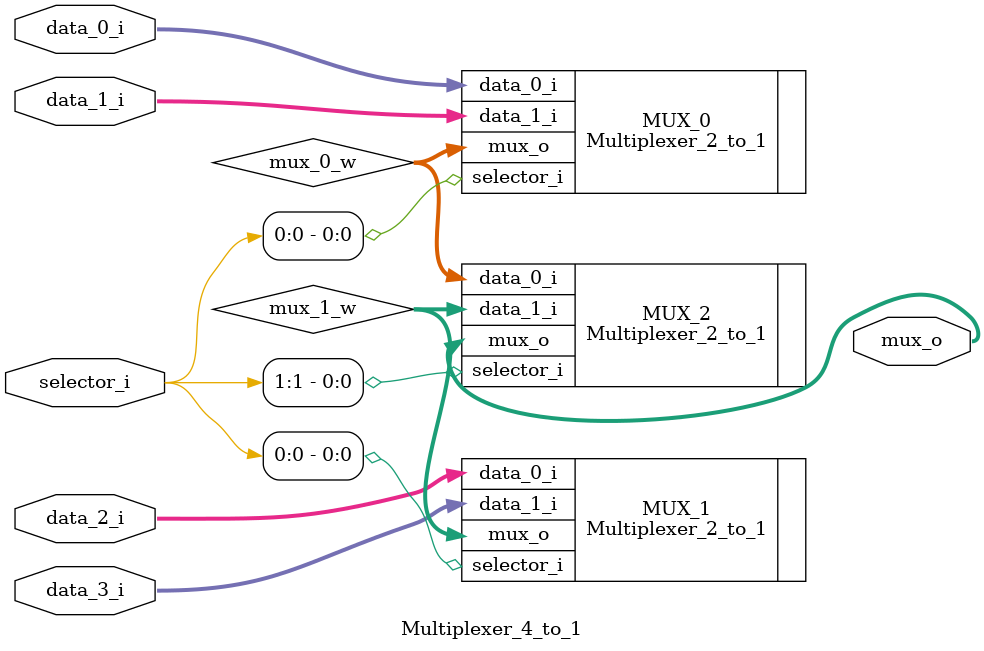
<source format=v>




module Multiplexer_4_to_1
#(
	parameter N_BITS=32
)
(
	input [1:0]selector_i,
	input [N_BITS-1:0] data_0_i,
	input [N_BITS-1:0] data_1_i,
	input [N_BITS-1:0] data_2_i,
	input [N_BITS-1:0] data_3_i,
	
	output [N_BITS-1:0] mux_o

);

wire [N_BITS-1:0] mux_0_w;
wire [N_BITS-1:0] mux_1_w;

Multiplexer_2_to_1
#(
	.N_BITS(N_BITS)
)
MUX_0
(
	.selector_i(selector_i[0]),
	.data_0_i(data_0_i),
	.data_1_i(data_1_i),
	
	.mux_o(mux_0_w)

);

Multiplexer_2_to_1
#(
	.N_BITS(N_BITS)
)
MUX_1
(
	.selector_i(selector_i[0]),
	.data_0_i(data_2_i),
	.data_1_i(data_3_i),
	
	.mux_o(mux_1_w)

);

Multiplexer_2_to_1
#(
	.N_BITS(N_BITS)
)
MUX_2
(
	.selector_i(selector_i[1]),
	.data_0_i(mux_0_w),
	.data_1_i(mux_1_w),
	
	.mux_o(mux_o)

);
endmodule

</source>
